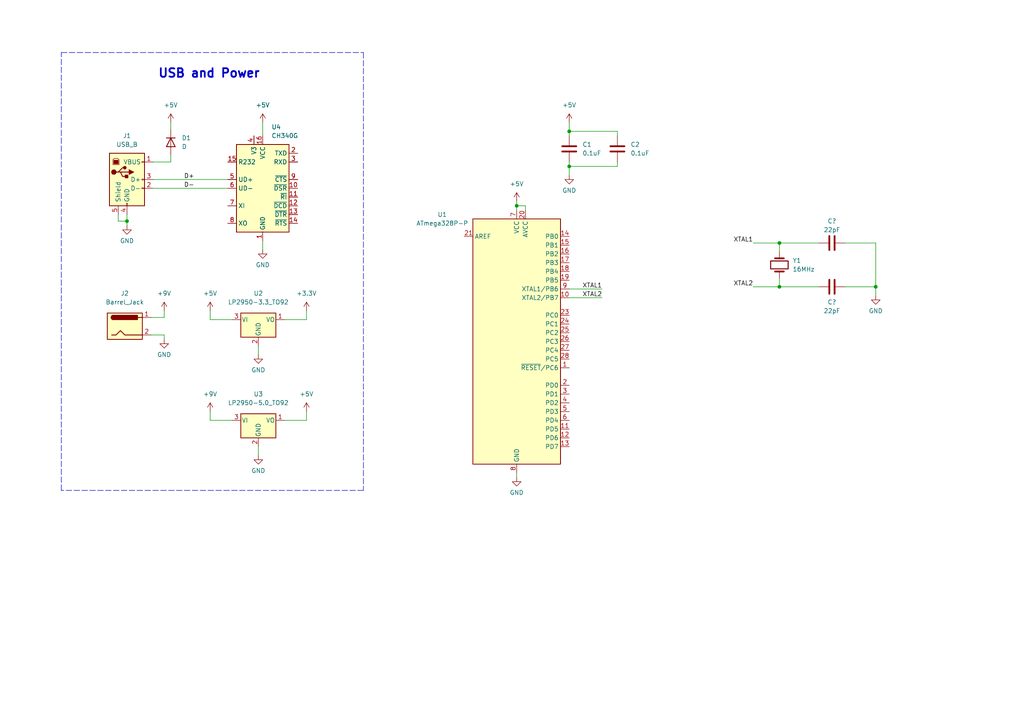
<source format=kicad_sch>
(kicad_sch (version 20211123) (generator eeschema)
  (paper "A4")
  (title_block (title "QDev One ATmega88/168/328PA development board") (date "2023-02-25") (rev "1") (company "qewer33"))
  (lib_symbols
    (symbol "Connector:Barrel_Jack" (pin_names (offset 1.016))
      (property "Reference" "J" (at 0 5.334 0))
      (property "Value" "Barrel_Jack" (at 0 -5.08 0))
      (symbol "Barrel_Jack_0_1"
        (rectangle (start -5.08 3.81) (end 5.08 -3.81) (stroke (width 0.254)) (fill (type background)))
        (arc (start -3.302 3.175) (mid -3.937 2.54) (end -3.302 1.905) (stroke (width 0.254)))
        (arc (start -3.302 3.175) (mid -3.937 2.54) (end -3.302 1.905) (stroke (width 0.254)) (fill (type outline)))
        (polyline (pts (xy 5.08 2.54) (xy 3.81 2.54)) (stroke (width 0.254)))
        (polyline (pts (xy -3.81 -2.54) (xy -2.54 -2.54) (xy -1.27 -1.27) (xy 0 -2.54) (xy 2.54 -2.54) (xy 5.08 -2.54)) (stroke (width 0.254)))
        (rectangle (start 3.683 3.175) (end -3.302 1.905) (stroke (width 0.254)) (fill (type outline)))
      )
      (symbol "Barrel_Jack_1_1"
        (pin passive line (at 7.62 2.54 180) (length 2.54) (name "~") (number "1"))
        (pin passive line (at 7.62 -2.54 180) (length 2.54) (name "~") (number "2"))
      )
    )
    (symbol "Connector:USB_B" (pin_names (offset 1.016))
      (property "Reference" "J" (at -5.08 11.43 0))
      (property "Value" "USB_B" (at -5.08 8.89 0))
      (symbol "USB_B_0_1"
        (rectangle (start -5.08 -7.62) (end 5.08 7.62) (stroke (width 0.254)) (fill (type background)))
        (circle (center -3.81 2.159) (radius 0.635) (stroke (width 0.254)) (fill (type outline)))
        (rectangle (start -3.81 5.588) (end -2.54 4.572) (fill (type outline)))
        (circle (center -0.635 3.429) (radius 0.381) (stroke (width 0.254)) (fill (type outline)))
        (rectangle (start -0.127 -7.62) (end 0.127 -6.858))
        (polyline (pts (xy -1.905 2.159) (xy 0.635 2.159)) (stroke (width 0.254)))
        (polyline (pts (xy -3.175 2.159) (xy -2.54 2.159) (xy -1.27 3.429) (xy -0.635 3.429)) (stroke (width 0.254)))
        (polyline (pts (xy -2.54 2.159) (xy -1.905 2.159) (xy -1.27 0.889) (xy 0 0.889)) (stroke (width 0.254)))
        (polyline (pts (xy 0.635 2.794) (xy 0.635 1.524) (xy 1.905 2.159) (xy 0.635 2.794)) (stroke (width 0.254)) (fill (type outline)))
        (polyline (pts (xy -4.064 4.318) (xy -2.286 4.318) (xy -2.286 5.715) (xy -2.667 6.096) (xy -3.683 6.096) (xy -4.064 5.715) (xy -4.064 4.318)))
        (rectangle (start 0.254 1.27) (end -0.508 0.508) (stroke (width 0.254)) (fill (type outline)))
        (rectangle (start 5.08 -2.667) (end 4.318 -2.413))
        (rectangle (start 5.08 -0.127) (end 4.318 0.127))
        (rectangle (start 5.08 4.953) (end 4.318 5.207))
      )
      (symbol "USB_B_1_1"
        (pin power_out line (at 7.62 5.08 180) (length 2.54) (name "VBUS") (number "1"))
        (pin bidirectional line (at 7.62 -2.54 180) (length 2.54) (name "D-") (number "2"))
        (pin bidirectional line (at 7.62 0 180) (length 2.54) (name "D+") (number "3"))
        (pin power_out line (at 0 -10.16 90) (length 2.54) (name "GND") (number "4"))
        (pin passive line (at -2.54 -10.16 90) (length 2.54) (name "Shield") (number "5"))
      )
    )
    (symbol "Device:C" (pin_numbers hide) (pin_names (offset 0.254))
      (property "Reference" "C" (at 0.635 2.54 0))
      (property "Value" "C" (at 0.635 -2.54 0))
      (symbol "C_0_1"
        (polyline (pts (xy -2.032 -0.762) (xy 2.032 -0.762)) (stroke (width 0.508)))
        (polyline (pts (xy -2.032 0.762) (xy 2.032 0.762)) (stroke (width 0.508)))
      )
      (symbol "C_1_1"
        (pin passive line (at 0 3.81 270) (length 2.794) (name "~") (number "1"))
        (pin passive line (at 0 -3.81 90) (length 2.794) (name "~") (number "2"))
      )
    )
    (symbol "Device:Crystal" (pin_numbers hide) (pin_names (offset 1.016) hide)
      (property "Reference" "Y" (at 0 3.81 0))
      (property "Value" "Crystal" (at 0 -3.81 0))
      (symbol "Crystal_0_1"
        (rectangle (start -1.143 2.54) (end 1.143 -2.54) (stroke (width 0.3048)))
        (polyline (pts (xy -2.54 0) (xy -1.905 0)))
        (polyline (pts (xy -1.905 -1.27) (xy -1.905 1.27)) (stroke (width 0.508)))
        (polyline (pts (xy 1.905 -1.27) (xy 1.905 1.27)) (stroke (width 0.508)))
        (polyline (pts (xy 2.54 0) (xy 1.905 0)))
      )
      (symbol "Crystal_1_1"
        (pin passive line (at -3.81 0 0) (length 1.27) (name "1") (number "1"))
        (pin passive line (at 3.81 0 180) (length 1.27) (name "2") (number "2"))
      )
    )
    (symbol "Device:D" (pin_numbers hide) (pin_names (offset 1.016) hide)
      (property "Reference" "D" (at 0 2.54 0))
      (property "Value" "D" (at 0 -2.54 0))
      (symbol "D_0_1"
        (polyline (pts (xy -1.27 1.27) (xy -1.27 -1.27)) (stroke (width 0.254)))
        (polyline (pts (xy 1.27 0) (xy -1.27 0)))
        (polyline (pts (xy 1.27 1.27) (xy 1.27 -1.27) (xy -1.27 0) (xy 1.27 1.27)) (stroke (width 0.254)))
      )
      (symbol "D_1_1"
        (pin passive line (at -3.81 0 0) (length 2.54) (name "K") (number "1"))
        (pin passive line (at 3.81 0 180) (length 2.54) (name "A") (number "2"))
      )
    )
    (symbol "Interface_USB:CH340G"
      (property "Reference" "U" (at -5.08 13.97 0))
      (property "Value" "CH340G" (at 1.27 13.97 0))
      (symbol "CH340G_0_1"
        (rectangle (start -7.62 12.7) (end 7.62 -12.7) (stroke (width 0.254)) (fill (type background)))
      )
      (symbol "CH340G_1_1"
        (pin power_in line (at 0 -15.24 90) (length 2.54) (name "GND") (number "1"))
        (pin input line (at 10.16 0 180) (length 2.54) (name "~{DSR}") (number "10"))
        (pin input line (at 10.16 -2.54 180) (length 2.54) (name "~{RI}") (number "11"))
        (pin input line (at 10.16 -5.08 180) (length 2.54) (name "~{DCD}") (number "12"))
        (pin output line (at 10.16 -7.62 180) (length 2.54) (name "~{DTR}") (number "13"))
        (pin output line (at 10.16 -10.16 180) (length 2.54) (name "~{RTS}") (number "14"))
        (pin input line (at -10.16 7.62 0) (length 2.54) (name "R232") (number "15"))
        (pin power_in line (at 0 15.24 270) (length 2.54) (name "VCC") (number "16"))
        (pin output line (at 10.16 10.16 180) (length 2.54) (name "TXD") (number "2"))
        (pin input line (at 10.16 7.62 180) (length 2.54) (name "RXD") (number "3"))
        (pin passive line (at -2.54 15.24 270) (length 2.54) (name "V3") (number "4"))
        (pin bidirectional line (at -10.16 2.54 0) (length 2.54) (name "UD+") (number "5"))
        (pin bidirectional line (at -10.16 0 0) (length 2.54) (name "UD-") (number "6"))
        (pin input line (at -10.16 -5.08 0) (length 2.54) (name "XI") (number "7"))
        (pin output line (at -10.16 -10.16 0) (length 2.54) (name "XO") (number "8"))
        (pin input line (at 10.16 2.54 180) (length 2.54) (name "~{CTS}") (number "9"))
      )
    )
    (symbol "MCU_Microchip_ATmega:ATmega328P-P"
      (property "Reference" "U" (at -12.7 36.83 0))
      (property "Value" "ATmega328P-P" (at 2.54 -36.83 0))
      (symbol "ATmega328P-P_0_1"
        (rectangle (start -12.7 -35.56) (end 12.7 35.56) (stroke (width 0.254)) (fill (type background)))
      )
      (symbol "ATmega328P-P_1_1"
        (pin bidirectional line (at 15.24 -7.62 180) (length 2.54) (name "~{RESET}/PC6") (number "1"))
        (pin bidirectional line (at 15.24 12.7 180) (length 2.54) (name "XTAL2/PB7") (number "10"))
        (pin bidirectional line (at 15.24 -25.4 180) (length 2.54) (name "PD5") (number "11"))
        (pin bidirectional line (at 15.24 -27.94 180) (length 2.54) (name "PD6") (number "12"))
        (pin bidirectional line (at 15.24 -30.48 180) (length 2.54) (name "PD7") (number "13"))
        (pin bidirectional line (at 15.24 30.48 180) (length 2.54) (name "PB0") (number "14"))
        (pin bidirectional line (at 15.24 27.94 180) (length 2.54) (name "PB1") (number "15"))
        (pin bidirectional line (at 15.24 25.4 180) (length 2.54) (name "PB2") (number "16"))
        (pin bidirectional line (at 15.24 22.86 180) (length 2.54) (name "PB3") (number "17"))
        (pin bidirectional line (at 15.24 20.32 180) (length 2.54) (name "PB4") (number "18"))
        (pin bidirectional line (at 15.24 17.78 180) (length 2.54) (name "PB5") (number "19"))
        (pin bidirectional line (at 15.24 -12.7 180) (length 2.54) (name "PD0") (number "2"))
        (pin power_in line (at 2.54 38.1 270) (length 2.54) (name "AVCC") (number "20"))
        (pin passive line (at -15.24 30.48 0) (length 2.54) (name "AREF") (number "21"))
        (pin passive line (at 0 -38.1 90) (length 2.54) hide (name "GND") (number "22"))
        (pin bidirectional line (at 15.24 7.62 180) (length 2.54) (name "PC0") (number "23"))
        (pin bidirectional line (at 15.24 5.08 180) (length 2.54) (name "PC1") (number "24"))
        (pin bidirectional line (at 15.24 2.54 180) (length 2.54) (name "PC2") (number "25"))
        (pin bidirectional line (at 15.24 0 180) (length 2.54) (name "PC3") (number "26"))
        (pin bidirectional line (at 15.24 -2.54 180) (length 2.54) (name "PC4") (number "27"))
        (pin bidirectional line (at 15.24 -5.08 180) (length 2.54) (name "PC5") (number "28"))
        (pin bidirectional line (at 15.24 -15.24 180) (length 2.54) (name "PD1") (number "3"))
        (pin bidirectional line (at 15.24 -17.78 180) (length 2.54) (name "PD2") (number "4"))
        (pin bidirectional line (at 15.24 -20.32 180) (length 2.54) (name "PD3") (number "5"))
        (pin bidirectional line (at 15.24 -22.86 180) (length 2.54) (name "PD4") (number "6"))
        (pin power_in line (at 0 38.1 270) (length 2.54) (name "VCC") (number "7"))
        (pin power_in line (at 0 -38.1 90) (length 2.54) (name "GND") (number "8"))
        (pin bidirectional line (at 15.24 15.24 180) (length 2.54) (name "XTAL1/PB6") (number "9"))
      )
    )
    (symbol "Regulator_Linear:LP2950-3.3_TO92" (pin_names (offset 0.254))
      (property "Reference" "U" (at -3.81 3.175 0))
      (property "Value" "LP2950-3.3_TO92" (at 0 3.175 0))
      (symbol "LP2950-3.3_TO92_0_1"
        (rectangle (start -5.08 -5.08) (end 5.08 1.905) (stroke (width 0.254)) (fill (type background)))
      )
      (symbol "LP2950-3.3_TO92_1_1"
        (pin power_out line (at 7.62 0 180) (length 2.54) (name "VO") (number "1"))
        (pin power_in line (at 0 -7.62 90) (length 2.54) (name "GND") (number "2"))
        (pin power_in line (at -7.62 0 0) (length 2.54) (name "VI") (number "3"))
      )
    )
    (symbol "Regulator_Linear:LP2950-5.0_TO92" (pin_names (offset 0.254))
      (property "Reference" "U" (at -3.81 3.175 0))
      (property "Value" "LP2950-5.0_TO92" (at 0 3.175 0))
      (symbol "LP2950-5.0_TO92_0_1"
        (rectangle (start -5.08 -5.08) (end 5.08 1.905) (stroke (width 0.254)) (fill (type background)))
      )
      (symbol "LP2950-5.0_TO92_1_1"
        (pin power_out line (at 7.62 0 180) (length 2.54) (name "VO") (number "1"))
        (pin power_in line (at 0 -7.62 90) (length 2.54) (name "GND") (number "2"))
        (pin power_in line (at -7.62 0 0) (length 2.54) (name "VI") (number "3"))
      )
    )
    (symbol "power:+3.3V" (power) (pin_names (offset 0))
      (property "Value" "+3.3V" (at 0 3.556 0))
      (symbol "+3.3V_0_1"
        (polyline (pts (xy -0.762 1.27) (xy 0 2.54)))
        (polyline (pts (xy 0 0) (xy 0 2.54)))
        (polyline (pts (xy 0 2.54) (xy 0.762 1.27)))
      )
      (symbol "+3.3V_1_1"
        (pin power_in line (at 0 0 90) (length 0) hide (name "+3.3V") (number "1"))
      )
    )
    (symbol "power:+5V" (power) (pin_names (offset 0))
      (property "Value" "+5V" (at 0 3.556 0))
      (symbol "+5V_0_1"
        (polyline (pts (xy -0.762 1.27) (xy 0 2.54)))
        (polyline (pts (xy 0 0) (xy 0 2.54)))
        (polyline (pts (xy 0 2.54) (xy 0.762 1.27)))
      )
      (symbol "+5V_1_1"
        (pin power_in line (at 0 0 90) (length 0) hide (name "+5V") (number "1"))
      )
    )
    (symbol "power:+9V" (power) (pin_names (offset 0))
      (property "Value" "+9V" (at 0 3.556 0))
      (symbol "+9V_0_1"
        (polyline (pts (xy -0.762 1.27) (xy 0 2.54)))
        (polyline (pts (xy 0 0) (xy 0 2.54)))
        (polyline (pts (xy 0 2.54) (xy 0.762 1.27)))
      )
      (symbol "+9V_1_1"
        (pin power_in line (at 0 0 90) (length 0) hide (name "+9V") (number "1"))
      )
    )
    (symbol "power:GND" (power) (pin_names (offset 0))
      (property "Value" "GND" (at 0 -3.81 0))
      (symbol "GND_0_1"
        (polyline (pts (xy 0 0) (xy 0 -1.27) (xy 1.27 -1.27) (xy 0 -2.54) (xy -1.27 -1.27) (xy 0 -1.27)))
      )
      (symbol "GND_1_1"
        (pin power_in line (at 0 0 270) (length 0) hide (name "GND") (number "1"))
      )
    )
  )
  (junction (at 226.06 83.185))
  (junction (at 226.06 70.485))
  (junction (at 36.83 64.135))
  (junction (at 149.86 59.69))
  (junction (at 254 83.185))
  (junction (at 165.1 48.26))
  (junction (at 165.1 38.1))
  (polyline (pts (xy 105.41 15.24) (xy 105.41 142.24)))
  (wire (pts (xy 179.07 39.37) (xy 179.07 38.1)))
  (wire (pts (xy 43.815 97.155) (xy 47.625 97.155)))
  (wire (pts (xy 76.2 69.85) (xy 76.2 72.39)))
  (wire (pts (xy 218.44 70.485) (xy 226.06 70.485)))
  (wire (pts (xy 226.06 83.185) (xy 226.06 80.645)))
  (wire (pts (xy 165.1 48.26) (xy 165.1 50.8)))
  (wire (pts (xy 165.1 86.36) (xy 174.625 86.36)))
  (wire (pts (xy 152.4 59.69) (xy 149.86 59.69)))
  (wire (pts (xy 76.2 35.56) (xy 76.2 39.37)))
  (wire (pts (xy 49.53 45.085) (xy 49.53 46.99)))
  (wire (pts (xy 60.96 92.71) (xy 67.31 92.71)))
  (wire (pts (xy 218.44 83.185) (xy 226.06 83.185)))
  (wire (pts (xy 245.11 83.185) (xy 254 83.185)))
  (wire (pts (xy 47.625 97.155) (xy 47.625 98.425)))
  (wire (pts (xy 149.86 138.43) (xy 149.86 137.16)))
  (wire (pts (xy 49.53 46.99) (xy 44.45 46.99)))
  (wire (pts (xy 49.53 35.56) (xy 49.53 37.465)))
  (wire (pts (xy 179.07 46.99) (xy 179.07 48.26)))
  (wire (pts (xy 149.86 58.42) (xy 149.86 59.69)))
  (wire (pts (xy 165.1 38.1) (xy 165.1 39.37)))
  (wire (pts (xy 60.96 121.92) (xy 67.31 121.92)))
  (polyline (pts (xy 17.78 15.24) (xy 105.41 15.24)))
  (wire (pts (xy 60.96 90.17) (xy 60.96 92.71)))
  (wire (pts (xy 254 70.485) (xy 254 83.185)))
  (wire (pts (xy 245.11 70.485) (xy 254 70.485)))
  (wire (pts (xy 152.4 60.96) (xy 152.4 59.69)))
  (wire (pts (xy 254 83.185) (xy 254 85.725)))
  (wire (pts (xy 44.45 52.07) (xy 66.04 52.07)))
  (wire (pts (xy 34.29 64.135) (xy 36.83 64.135)))
  (wire (pts (xy 74.93 129.54) (xy 74.93 132.08)))
  (wire (pts (xy 43.815 92.075) (xy 47.625 92.075)))
  (polyline (pts (xy 105.41 142.24) (xy 17.78 142.24)))
  (wire (pts (xy 36.83 64.135) (xy 36.83 65.405)))
  (wire (pts (xy 226.06 83.185) (xy 237.49 83.185)))
  (wire (pts (xy 88.9 92.71) (xy 82.55 92.71)))
  (wire (pts (xy 44.45 54.61) (xy 66.04 54.61)))
  (polyline (pts (xy 17.78 142.24) (xy 17.78 15.24)))
  (wire (pts (xy 74.93 100.33) (xy 74.93 102.87)))
  (wire (pts (xy 226.06 70.485) (xy 226.06 73.025)))
  (wire (pts (xy 165.1 48.26) (xy 179.07 48.26)))
  (wire (pts (xy 36.83 62.23) (xy 36.83 64.135)))
  (wire (pts (xy 88.9 119.38) (xy 88.9 121.92)))
  (wire (pts (xy 165.1 35.56) (xy 165.1 38.1)))
  (wire (pts (xy 60.96 119.38) (xy 60.96 121.92)))
  (wire (pts (xy 88.9 90.17) (xy 88.9 92.71)))
  (wire (pts (xy 88.9 121.92) (xy 82.55 121.92)))
  (wire (pts (xy 165.1 46.99) (xy 165.1 48.26)))
  (wire (pts (xy 34.29 62.23) (xy 34.29 64.135)))
  (wire (pts (xy 165.1 38.1) (xy 179.07 38.1)))
  (wire (pts (xy 47.625 90.17) (xy 47.625 92.075)))
  (wire (pts (xy 165.1 83.82) (xy 174.625 83.82)))
  (wire (pts (xy 226.06 70.485) (xy 237.49 70.485)))
  (wire (pts (xy 149.86 59.69) (xy 149.86 60.96)))
  (text "USB and Power" (at 45.72 22.86 0) (effects (font (size 2.5 2.5) (thickness 0.5) bold) (justify left bottom)))
  (label "D+" (at 53.34 52.07 0))
  (label "D-" (at 53.34 54.61 0))
  (label "XTAL2" (at 174.625 86.36 180))
  (label "XTAL1" (at 174.625 83.82 180))
  (label "XTAL1" (at 218.44 70.485 180))
  (label "XTAL2" (at 218.44 83.185 180))
  (symbol (lib_id "power:+9V") (at 47.625 90.17 0) (unit 1)
    (property "Reference" "#PWR?" (effects hide))
    (property "Value" "+9V" (at 47.625 85.09 0))
  )
  (symbol (lib_id "Device:C") (at 241.3 83.185 90) (unit 1)
    (property "Reference" "C?" (at 241.3 87.63 90))
    (property "Value" "22pF" (at 241.3 90.17 90))
  )
  (symbol (lib_id "power:+9V") (at 60.96 119.38 0) (unit 1)
    (property "Reference" "#PWR?" (effects hide))
    (property "Value" "+9V" (at 60.96 114.3 0))
  )
  (symbol (lib_id "power:GND") (at 254 85.725 0) (unit 1)
    (property "Reference" "#PWR?" (effects hide))
    (property "Value" "GND" (at 254 90.17 0))
  )
  (symbol (lib_id "Connector:Barrel_Jack") (at 36.195 94.615 0) (unit 1)
    (property "Reference" "J2" (at 36.195 85.09 0))
    (property "Value" "Barrel_Jack" (at 36.195 87.63 0))
  )
  (symbol (lib_id "Regulator_Linear:LP2950-3.3_TO92") (at 74.93 92.71 0) (unit 1)
    (property "Reference" "U2" (at 74.93 85.09 0))
    (property "Value" "LP2950-3.3_TO92" (at 74.93 87.63 0))
    (property "Footprint" "Package_TO_SOT_THT:TO-92_Inline" (effects hide))
    (property "Datasheet" "http://www.ti.com/lit/ds/symlink/lp2950.pdf" (effects hide))
  )
  (symbol (lib_id "Device:D") (at 49.53 41.275 270) (unit 1)
    (property "Reference" "D1" (at 52.705 40.0049 90) (effects (justify left)))
    (property "Value" "D" (at 52.705 42.5449 90) (effects (justify left)))
  )
  (symbol (lib_id "power:+5V") (at 88.9 119.38 0) (unit 1)
    (property "Reference" "#PWR?" (effects hide))
    (property "Value" "+5V" (at 88.9 114.3 0))
  )
  (symbol (lib_id "power:+3.3V") (at 88.9 90.17 0) (unit 1)
    (property "Reference" "#PWR?" (effects hide))
    (property "Value" "+3.3V" (at 88.9 85.09 0))
  )
  (symbol (lib_id "power:GND") (at 36.83 65.405 0) (unit 1)
    (property "Reference" "#PWR?" (effects hide))
    (property "Value" "GND" (at 36.83 69.85 0))
  )
  (symbol (lib_id "power:GND") (at 149.86 138.43 0) (unit 1)
    (property "Reference" "#PWR?" (effects hide))
    (property "Value" "GND" (at 149.86 142.875 0))
  )
  (symbol (lib_id "power:GND") (at 74.93 132.08 0) (unit 1)
    (property "Reference" "#PWR?" (effects hide))
    (property "Value" "GND" (at 74.93 136.525 0))
  )
  (symbol (lib_id "power:GND") (at 165.1 50.8 0) (unit 1)
    (property "Reference" "#PWR?" (effects hide))
    (property "Value" "GND" (at 165.1 55.245 0))
  )
  (symbol (lib_id "Device:C") (at 165.1 43.18 0) (unit 1)
    (property "Reference" "C1" (at 168.91 41.9099 0) (effects (justify left)))
    (property "Value" "0.1uF" (at 168.91 44.4499 0) (effects (justify left)))
  )
  (symbol (lib_id "Device:C") (at 179.07 43.18 0) (unit 1)
    (property "Reference" "C2" (at 182.88 41.9099 0) (effects (justify left)))
    (property "Value" "0.1uF" (at 182.88 44.4499 0) (effects (justify left)))
  )
  (symbol (lib_id "Regulator_Linear:LP2950-5.0_TO92") (at 74.93 121.92 0) (unit 1)
    (property "Reference" "U3" (at 74.93 114.3 0))
    (property "Value" "LP2950-5.0_TO92" (at 74.93 116.84 0))
    (property "Footprint" "Package_TO_SOT_THT:TO-92_Inline" (effects hide))
    (property "Datasheet" "http://www.ti.com/lit/ds/symlink/lp2951.pdf" (effects hide))
  )
  (symbol (lib_id "power:GND") (at 47.625 98.425 0) (unit 1)
    (property "Reference" "#PWR?" (effects hide))
    (property "Value" "GND" (at 47.625 102.87 0))
  )
  (symbol (lib_id "Interface_USB:CH340G") (at 76.2 54.61 0) (unit 1)
    (property "Reference" "U4" (at 78.74 36.83 0) (effects (justify left)))
    (property "Value" "CH340G" (at 78.74 39.37 0) (effects (justify left)))
    (property "Footprint" "Package_SO:SOIC-16_3.9x9.9mm_P1.27mm" (effects hide))
    (property "Datasheet" "http://www.datasheet5.com/pdf-local-2195953" (effects hide))
  )
  (symbol (lib_id "power:+5V") (at 165.1 35.56 0) (unit 1)
    (property "Reference" "#PWR?" (effects hide))
    (property "Value" "+5V" (at 165.1 30.48 0))
  )
  (symbol (lib_id "Device:Crystal") (at 226.06 76.835 90) (unit 1)
    (property "Reference" "Y1" (at 229.87 75.5649 90) (effects (justify right)))
    (property "Value" "16MHz" (at 229.87 78.1049 90) (effects (justify right)))
  )
  (symbol (lib_id "power:GND") (at 76.2 72.39 0) (unit 1)
    (property "Reference" "#PWR?" (effects hide))
    (property "Value" "GND" (at 76.2 76.835 0))
  )
  (symbol (lib_id "power:+5V") (at 49.53 35.56 0) (unit 1)
    (property "Reference" "#PWR?" (effects hide))
    (property "Value" "+5V" (at 49.53 30.48 0))
  )
  (symbol (lib_id "MCU_Microchip_ATmega:ATmega328P-P") (at 149.86 99.06 0) (unit 1)
    (property "Reference" "U1" (at 128.27 62.23 0))
    (property "Value" "ATmega328P-P" (at 128.27 64.77 0))
    (property "Footprint" "Package_DIP:DIP-28_W7.62mm" (effects hide))
    (property "Datasheet" "http://ww1.microchip.com/downloads/en/DeviceDoc/ATmega328_P%20AVR%20MCU%20with%20picoPower%20Technology%20Data%20Sheet%2040001984A.pdf" (effects hide))
  )
  (symbol (lib_id "Connector:USB_B") (at 36.83 52.07 0) (unit 1)
    (property "Reference" "J1" (at 36.83 39.37 0))
    (property "Value" "USB_B" (at 36.83 41.91 0))
    (property "Datasheet" " ~" (effects hide))
  )
  (symbol (lib_id "power:+5V") (at 60.96 90.17 0) (unit 1)
    (property "Reference" "#PWR?" (effects hide))
    (property "Value" "+5V" (at 60.96 85.09 0))
  )
  (symbol (lib_id "power:GND") (at 74.93 102.87 0) (unit 1)
    (property "Reference" "#PWR?" (effects hide))
    (property "Value" "GND" (at 74.93 107.315 0))
  )
  (symbol (lib_id "Device:C") (at 241.3 70.485 90) (unit 1)
    (property "Reference" "C?" (at 241.3 64.135 90))
    (property "Value" "22pF" (at 241.3 66.675 90))
  )
  (symbol (lib_id "power:+5V") (at 76.2 35.56 0) (unit 1)
    (property "Reference" "#PWR?" (effects hide))
    (property "Value" "+5V" (at 76.2 30.48 0))
  )
  (symbol (lib_id "power:+5V") (at 149.86 58.42 0) (unit 1)
    (property "Reference" "#PWR?" (effects hide))
    (property "Value" "+5V" (at 149.86 53.34 0))
  )
)
</source>
